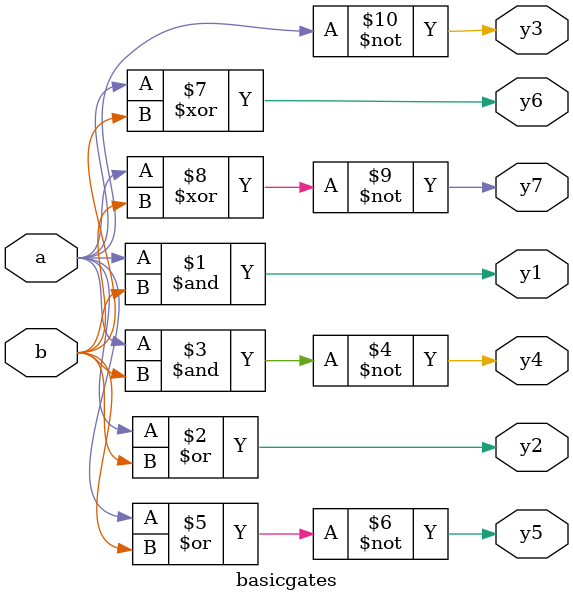
<source format=v>
`timescale 1ns / 1ps
module basicgates(a,b,y1,y2,y3,y4,y5,y6,y7);
input a,b;
output y1,y2,y3,y4,y5,y6,y7;
and(y1,a,b);
or(y2,a,b);
not(y3,a);
nand(y4,a,b);
nor(y5,a,b);
xor(y6,a,b);
xnor(y7,a,b);
endmodule



</source>
